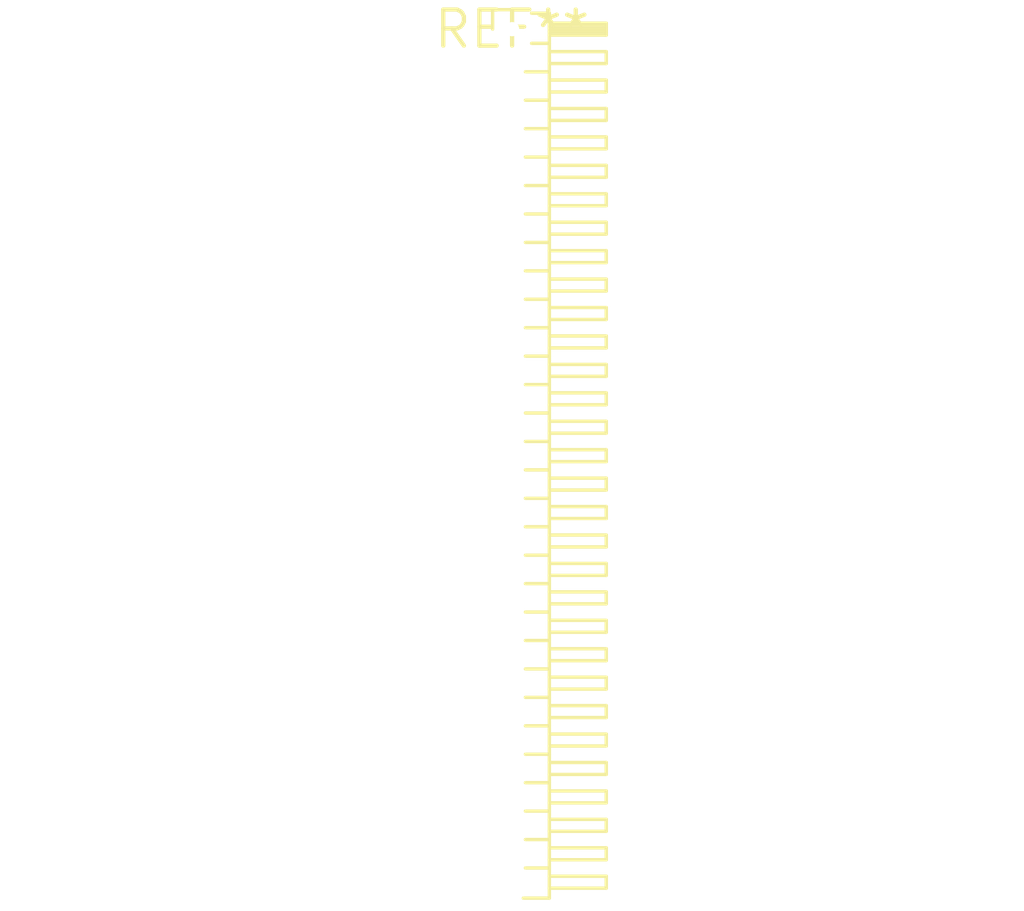
<source format=kicad_pcb>
(kicad_pcb (version 20240108) (generator pcbnew)
  (layers (0 "F.Cu" signal) (31 "B.Cu" signal) (34 "B.Paste" user) (35 "F.Paste" user) (36 "B.SilkS" user "B.Silkscreen") (37 "F.SilkS" user "F.Silkscreen") (38 "B.Mask" user) (39 "F.Mask" user) (44 "Edge.Cuts" user))
  (net 0 "")
  (footprint "PinHeader_1x31_P1.00mm_Horizontal" (layer "F.Cu") (at 0 0)
    (property "Reference" "REF**")
    (property "Value" "PinHeader_1x31_P1.00mm_Horizontal")
    (fp_line (start -0.685 -0.685) (end 0 -0.685) (layer "F.SilkS") (stroke (width 0.12)))
    (fp_line (start -0.685 0) (end -0.685 -0.685) (layer "F.SilkS") (stroke (width 0.12)))
    (fp_line (start 0.468215 1.5) (end 1.31 1.5) (layer "F.SilkS") (stroke (width 0.12)))
    (fp_line (start 0.468215 2.5) (end 1.31 2.5) (layer "F.SilkS") (stroke (width 0.12)))
    (fp_line (start 0.468215 3.5) (end 1.31 3.5) (layer "F.SilkS") (stroke (width 0.12)))
    (fp_line (start 0.468215 4.5) (end 1.31 4.5) (layer "F.SilkS") (stroke (width 0.12)))
    (fp_line (start 0.468215 5.5) (end 1.31 5.5) (layer "F.SilkS") (stroke (width 0.12)))
    (fp_line (start 0.468215 6.5) (end 1.31 6.5) (layer "F.SilkS") (stroke (width 0.12)))
    (fp_line (start 0.468215 7.5) (end 1.31 7.5) (layer "F.SilkS") (stroke (width 0.12)))
    (fp_line (start 0.468215 8.5) (end 1.31 8.5) (layer "F.SilkS") (stroke (width 0.12)))
    (fp_line (start 0.468215 9.5) (end 1.31 9.5) (layer "F.SilkS") (stroke (width 0.12)))
    (fp_line (start 0.468215 10.5) (end 1.31 10.5) (layer "F.SilkS") (stroke (width 0.12)))
    (fp_line (start 0.468215 11.5) (end 1.31 11.5) (layer "F.SilkS") (stroke (width 0.12)))
    (fp_line (start 0.468215 12.5) (end 1.31 12.5) (layer "F.SilkS") (stroke (width 0.12)))
    (fp_line (start 0.468215 13.5) (end 1.31 13.5) (layer "F.SilkS") (stroke (width 0.12)))
    (fp_line (start 0.468215 14.5) (end 1.31 14.5) (layer "F.SilkS") (stroke (width 0.12)))
    (fp_line (start 0.468215 15.5) (end 1.31 15.5) (layer "F.SilkS") (stroke (width 0.12)))
    (fp_line (start 0.468215 16.5) (end 1.31 16.5) (layer "F.SilkS") (stroke (width 0.12)))
    (fp_line (start 0.468215 17.5) (end 1.31 17.5) (layer "F.SilkS") (stroke (width 0.12)))
    (fp_line (start 0.468215 18.5) (end 1.31 18.5) (layer "F.SilkS") (stroke (width 0.12)))
    (fp_line (start 0.468215 19.5) (end 1.31 19.5) (layer "F.SilkS") (stroke (width 0.12)))
    (fp_line (start 0.468215 20.5) (end 1.31 20.5) (layer "F.SilkS") (stroke (width 0.12)))
    (fp_line (start 0.468215 21.5) (end 1.31 21.5) (layer "F.SilkS") (stroke (width 0.12)))
    (fp_line (start 0.468215 22.5) (end 1.31 22.5) (layer "F.SilkS") (stroke (width 0.12)))
    (fp_line (start 0.468215 23.5) (end 1.31 23.5) (layer "F.SilkS") (stroke (width 0.12)))
    (fp_line (start 0.468215 24.5) (end 1.31 24.5) (layer "F.SilkS") (stroke (width 0.12)))
    (fp_line (start 0.468215 25.5) (end 1.31 25.5) (layer "F.SilkS") (stroke (width 0.12)))
    (fp_line (start 0.468215 26.5) (end 1.31 26.5) (layer "F.SilkS") (stroke (width 0.12)))
    (fp_line (start 0.468215 27.5) (end 1.31 27.5) (layer "F.SilkS") (stroke (width 0.12)))
    (fp_line (start 0.468215 28.5) (end 1.31 28.5) (layer "F.SilkS") (stroke (width 0.12)))
    (fp_line (start 0.468215 29.5) (end 1.31 29.5) (layer "F.SilkS") (stroke (width 0.12)))
    (fp_line (start 0.685 -0.56) (end 1.31 -0.56) (layer "F.SilkS") (stroke (width 0.12)))
    (fp_line (start 0.685 0.5) (end 1.31 0.5) (layer "F.SilkS") (stroke (width 0.12)))
    (fp_line (start 1.31 -0.56) (end 1.31 30.56) (layer "F.SilkS") (stroke (width 0.12)))
    (fp_line (start 1.31 -0.21) (end 3.31 -0.21) (layer "F.SilkS") (stroke (width 0.12)))
    (fp_line (start 1.31 -0.15) (end 3.31 -0.15) (layer "F.SilkS") (stroke (width 0.12)))
    (fp_line (start 1.31 -0.03) (end 3.31 -0.03) (layer "F.SilkS") (stroke (width 0.12)))
    (fp_line (start 1.31 0.09) (end 3.31 0.09) (layer "F.SilkS") (stroke (width 0.12)))
    (fp_line (start 1.31 0.79) (end 3.31 0.79) (layer "F.SilkS") (stroke (width 0.12)))
    (fp_line (start 1.31 1.79) (end 3.31 1.79) (layer "F.SilkS") (stroke (width 0.12)))
    (fp_line (start 1.31 2.79) (end 3.31 2.79) (layer "F.SilkS") (stroke (width 0.12)))
    (fp_line (start 1.31 3.79) (end 3.31 3.79) (layer "F.SilkS") (stroke (width 0.12)))
    (fp_line (start 1.31 4.79) (end 3.31 4.79) (layer "F.SilkS") (stroke (width 0.12)))
    (fp_line (start 1.31 5.79) (end 3.31 5.79) (layer "F.SilkS") (stroke (width 0.12)))
    (fp_line (start 1.31 6.79) (end 3.31 6.79) (layer "F.SilkS") (stroke (width 0.12)))
    (fp_line (start 1.31 7.79) (end 3.31 7.79) (layer "F.SilkS") (stroke (width 0.12)))
    (fp_line (start 1.31 8.79) (end 3.31 8.79) (layer "F.SilkS") (stroke (width 0.12)))
    (fp_line (start 1.31 9.79) (end 3.31 9.79) (layer "F.SilkS") (stroke (width 0.12)))
    (fp_line (start 1.31 10.79) (end 3.31 10.79) (layer "F.SilkS") (stroke (width 0.12)))
    (fp_line (start 1.31 11.79) (end 3.31 11.79) (layer "F.SilkS") (stroke (width 0.12)))
    (fp_line (start 1.31 12.79) (end 3.31 12.79) (layer "F.SilkS") (stroke (width 0.12)))
    (fp_line (start 1.31 13.79) (end 3.31 13.79) (layer "F.SilkS") (stroke (width 0.12)))
    (fp_line (start 1.31 14.79) (end 3.31 14.79) (layer "F.SilkS") (stroke (width 0.12)))
    (fp_line (start 1.31 15.79) (end 3.31 15.79) (layer "F.SilkS") (stroke (width 0.12)))
    (fp_line (start 1.31 16.79) (end 3.31 16.79) (layer "F.SilkS") (stroke (width 0.12)))
    (fp_line (start 1.31 17.79) (end 3.31 17.79) (layer "F.SilkS") (stroke (width 0.12)))
    (fp_line (start 1.31 18.79) (end 3.31 18.79) (layer "F.SilkS") (stroke (width 0.12)))
    (fp_line (start 1.31 19.79) (end 3.31 19.79) (layer "F.SilkS") (stroke (width 0.12)))
    (fp_line (start 1.31 20.79) (end 3.31 20.79) (layer "F.SilkS") (stroke (width 0.12)))
    (fp_line (start 1.31 21.79) (end 3.31 21.79) (layer "F.SilkS") (stroke (width 0.12)))
    (fp_line (start 1.31 22.79) (end 3.31 22.79) (layer "F.SilkS") (stroke (width 0.12)))
    (fp_line (start 1.31 23.79) (end 3.31 23.79) (layer "F.SilkS") (stroke (width 0.12)))
    (fp_line (start 1.31 24.79) (end 3.31 24.79) (layer "F.SilkS") (stroke (width 0.12)))
    (fp_line (start 1.31 25.79) (end 3.31 25.79) (layer "F.SilkS") (stroke (width 0.12)))
    (fp_line (start 1.31 26.79) (end 3.31 26.79) (layer "F.SilkS") (stroke (width 0.12)))
    (fp_line (start 1.31 27.79) (end 3.31 27.79) (layer "F.SilkS") (stroke (width 0.12)))
    (fp_line (start 1.31 28.79) (end 3.31 28.79) (layer "F.SilkS") (stroke (width 0.12)))
    (fp_line (start 1.31 29.79) (end 3.31 29.79) (layer "F.SilkS") (stroke (width 0.12)))
    (fp_line (start 1.31 30.56) (end 0.394493 30.56) (layer "F.SilkS") (stroke (width 0.12)))
    (fp_line (start 3.31 -0.21) (end 3.31 0.21) (layer "F.SilkS") (stroke (width 0.12)))
    (fp_line (start 3.31 0.21) (end 1.31 0.21) (layer "F.SilkS") (stroke (width 0.12)))
    (fp_line (start 3.31 0.79) (end 3.31 1.21) (layer "F.SilkS") (stroke (width 0.12)))
    (fp_line (start 3.31 1.21) (end 1.31 1.21) (layer "F.SilkS") (stroke (width 0.12)))
    (fp_line (start 3.31 1.79) (end 3.31 2.21) (layer "F.SilkS") (stroke (width 0.12)))
    (fp_line (start 3.31 2.21) (end 1.31 2.21) (layer "F.SilkS") (stroke (width 0.12)))
    (fp_line (start 3.31 2.79) (end 3.31 3.21) (layer "F.SilkS") (stroke (width 0.12)))
    (fp_line (start 3.31 3.21) (end 1.31 3.21) (layer "F.SilkS") (stroke (width 0.12)))
    (fp_line (start 3.31 3.79) (end 3.31 4.21) (layer "F.SilkS") (stroke (width 0.12)))
    (fp_line (start 3.31 4.21) (end 1.31 4.21) (layer "F.SilkS") (stroke (width 0.12)))
    (fp_line (start 3.31 4.79) (end 3.31 5.21) (layer "F.SilkS") (stroke (width 0.12)))
    (fp_line (start 3.31 5.21) (end 1.31 5.21) (layer "F.SilkS") (stroke (width 0.12)))
    (fp_line (start 3.31 5.79) (end 3.31 6.21) (layer "F.SilkS") (stroke (width 0.12)))
    (fp_line (start 3.31 6.21) (end 1.31 6.21) (layer "F.SilkS") (stroke (width 0.12)))
    (fp_line (start 3.31 6.79) (end 3.31 7.21) (layer "F.SilkS") (stroke (width 0.12)))
    (fp_line (start 3.31 7.21) (end 1.31 7.21) (layer "F.SilkS") (stroke (width 0.12)))
    (fp_line (start 3.31 7.79) (end 3.31 8.21) (layer "F.SilkS") (stroke (width 0.12)))
    (fp_line (start 3.31 8.21) (end 1.31 8.21) (layer "F.SilkS") (stroke (width 0.12)))
    (fp_line (start 3.31 8.79) (end 3.31 9.21) (layer "F.SilkS") (stroke (width 0.12)))
    (fp_line (start 3.31 9.21) (end 1.31 9.21) (layer "F.SilkS") (stroke (width 0.12)))
    (fp_line (start 3.31 9.79) (end 3.31 10.21) (layer "F.SilkS") (stroke (width 0.12)))
    (fp_line (start 3.31 10.21) (end 1.31 10.21) (layer "F.SilkS") (stroke (width 0.12)))
    (fp_line (start 3.31 10.79) (end 3.31 11.21) (layer "F.SilkS") (stroke (width 0.12)))
    (fp_line (start 3.31 11.21) (end 1.31 11.21) (layer "F.SilkS") (stroke (width 0.12)))
    (fp_line (start 3.31 11.79) (end 3.31 12.21) (layer "F.SilkS") (stroke (width 0.12)))
    (fp_line (start 3.31 12.21) (end 1.31 12.21) (layer "F.SilkS") (stroke (width 0.12)))
    (fp_line (start 3.31 12.79) (end 3.31 13.21) (layer "F.SilkS") (stroke (width 0.12)))
    (fp_line (start 3.31 13.21) (end 1.31 13.21) (layer "F.SilkS") (stroke (width 0.12)))
    (fp_line (start 3.31 13.79) (end 3.31 14.21) (layer "F.SilkS") (stroke (width 0.12)))
    (fp_line (start 3.31 14.21) (end 1.31 14.21) (layer "F.SilkS") (stroke (width 0.12)))
    (fp_line (start 3.31 14.79) (end 3.31 15.21) (layer "F.SilkS") (stroke (width 0.12)))
    (fp_line (start 3.31 15.21) (end 1.31 15.21) (layer "F.SilkS") (stroke (width 0.12)))
    (fp_line (start 3.31 15.79) (end 3.31 16.21) (layer "F.SilkS") (stroke (width 0.12)))
    (fp_line (start 3.31 16.21) (end 1.31 16.21) (layer "F.SilkS") (stroke (width 0.12)))
    (fp_line (start 3.31 16.79) (end 3.31 17.21) (layer "F.SilkS") (stroke (width 0.12)))
    (fp_line (start 3.31 17.21) (end 1.31 17.21) (layer "F.SilkS") (stroke (width 0.12)))
    (fp_line (start 3.31 17.79) (end 3.31 18.21) (layer "F.SilkS") (stroke (width 0.12)))
    (fp_line (start 3.31 18.21) (end 1.31 18.21) (layer "F.SilkS") (stroke (width 0.12)))
    (fp_line (start 3.31 18.79) (end 3.31 19.21) (layer "F.SilkS") (stroke (width 0.12)))
    (fp_line (start 3.31 19.21) (end 1.31 19.21) (layer "F.SilkS") (stroke (width 0.12)))
    (fp_line (start 3.31 19.79) (end 3.31 20.21) (layer "F.SilkS") (stroke (width 0.12)))
    (fp_line (start 3.31 20.21) (end 1.31 20.21) (layer "F.SilkS") (stroke (width 0.12)))
    (fp_line (start 3.31 20.79) (end 3.31 21.21) (layer "F.SilkS") (stroke (width 0.12)))
    (fp_line (start 3.31 21.21) (end 1.31 21.21) (layer "F.SilkS") (stroke (width 0.12)))
    (fp_line (start 3.31 21.79) (end 3.31 22.21) (layer "F.SilkS") (stroke (width 0.12)))
    (fp_line (start 3.31 22.21) (end 1.31 22.21) (layer "F.SilkS") (stroke (width 0.12)))
    (fp_line (start 3.31 22.79) (end 3.31 23.21) (layer "F.SilkS") (stroke (width 0.12)))
    (fp_line (start 3.31 23.21) (end 1.31 23.21) (layer "F.SilkS") (stroke (width 0.12)))
    (fp_line (start 3.31 23.79) (end 3.31 24.21) (layer "F.SilkS") (stroke (width 0.12)))
    (fp_line (start 3.31 24.21) (end 1.31 24.21) (layer "F.SilkS") (stroke (width 0.12)))
    (fp_line (start 3.31 24.79) (end 3.31 25.21) (layer "F.SilkS") (stroke (width 0.12)))
    (fp_line (start 3.31 25.21) (end 1.31 25.21) (layer "F.SilkS") (stroke (width 0.12)))
    (fp_line (start 3.31 25.79) (end 3.31 26.21) (layer "F.SilkS") (stroke (width 0.12)))
    (fp_line (start 3.31 26.21) (end 1.31 26.21) (layer "F.SilkS") (stroke (width 0.12)))
    (fp_line (start 3.31 26.79) (end 3.31 27.21) (layer "F.SilkS") (stroke (width 0.12)))
    (fp_line (start 3.31 27.21) (end 1.31 27.21) (layer "F.SilkS") (stroke (width 0.12)))
    (fp_line (start 3.31 27.79) (end 3.31 28.21) (layer "F.SilkS") (stroke (width 0.12)))
    (fp_line (start 3.31 28.21) (end 1.31 28.21) (layer "F.SilkS") (stroke (width 0.12)))
    (fp_line (start 3.31 28.79) (end 3.31 29.21) (layer "F.SilkS") (stroke (width 0.12)))
    (fp_line (start 3.31 29.21) (end 1.31 29.21) (layer "F.SilkS") (stroke (width 0.12)))
    (fp_line (start 3.31 29.79) (end 3.31 30.21) (layer "F.SilkS") (stroke (width 0.12)))
    (fp_line (start 3.31 30.21) (end 1.31 30.21) (layer "F.SilkS") (stroke (width 0.12)))
    (pad "1" thru_hole rect (at 0 0) (size 0.85 0.85) (drill 0.5) (layers *.Cu *.Mask) (remove_unused_layers))
    (pad "2" thru_hole oval (at 0 1) (size 0.85 0.85) (drill 0.5) (layers *.Cu *.Mask) (remove_unused_layers))
    (pad "3" thru_hole oval (at 0 2) (size 0.85 0.85) (drill 0.5) (layers *.Cu *.Mask) (remove_unused_layers))
    (pad "4" thru_hole oval (at 0 3) (size 0.85 0.85) (drill 0.5) (layers *.Cu *.Mask) (remove_unused_layers))
    (pad "5" thru_hole oval (at 0 4) (size 0.85 0.85) (drill 0.5) (layers *.Cu *.Mask) (remove_unused_layers))
    (pad "6" thru_hole oval (at 0 5) (size 0.85 0.85) (drill 0.5) (layers *.Cu *.Mask) (remove_unused_layers))
    (pad "7" thru_hole oval (at 0 6) (size 0.85 0.85) (drill 0.5) (layers *.Cu *.Mask) (remove_unused_layers))
    (pad "8" thru_hole oval (at 0 7) (size 0.85 0.85) (drill 0.5) (layers *.Cu *.Mask) (remove_unused_layers))
    (pad "9" thru_hole oval (at 0 8) (size 0.85 0.85) (drill 0.5) (layers *.Cu *.Mask) (remove_unused_layers))
    (pad "10" thru_hole oval (at 0 9) (size 0.85 0.85) (drill 0.5) (layers *.Cu *.Mask) (remove_unused_layers))
    (pad "11" thru_hole oval (at 0 10) (size 0.85 0.85) (drill 0.5) (layers *.Cu *.Mask) (remove_unused_layers))
    (pad "12" thru_hole oval (at 0 11) (size 0.85 0.85) (drill 0.5) (layers *.Cu *.Mask) (remove_unused_layers))
    (pad "13" thru_hole oval (at 0 12) (size 0.85 0.85) (drill 0.5) (layers *.Cu *.Mask) (remove_unused_layers))
    (pad "14" thru_hole oval (at 0 13) (size 0.85 0.85) (drill 0.5) (layers *.Cu *.Mask) (remove_unused_layers))
    (pad "15" thru_hole oval (at 0 14) (size 0.85 0.85) (drill 0.5) (layers *.Cu *.Mask) (remove_unused_layers))
    (pad "16" thru_hole oval (at 0 15) (size 0.85 0.85) (drill 0.5) (layers *.Cu *.Mask) (remove_unused_layers))
    (pad "17" thru_hole oval (at 0 16) (size 0.85 0.85) (drill 0.5) (layers *.Cu *.Mask) (remove_unused_layers))
    (pad "18" thru_hole oval (at 0 17) (size 0.85 0.85) (drill 0.5) (layers *.Cu *.Mask) (remove_unused_layers))
    (pad "19" thru_hole oval (at 0 18) (size 0.85 0.85) (drill 0.5) (layers *.Cu *.Mask) (remove_unused_layers))
    (pad "20" thru_hole oval (at 0 19) (size 0.85 0.85) (drill 0.5) (layers *.Cu *.Mask) (remove_unused_layers))
    (pad "21" thru_hole oval (at 0 20) (size 0.85 0.85) (drill 0.5) (layers *.Cu *.Mask) (remove_unused_layers))
    (pad "22" thru_hole oval (at 0 21) (size 0.85 0.85) (drill 0.5) (layers *.Cu *.Mask) (remove_unused_layers))
    (pad "23" thru_hole oval (at 0 22) (size 0.85 0.85) (drill 0.5) (layers *.Cu *.Mask) (remove_unused_layers))
    (pad "24" thru_hole oval (at 0 23) (size 0.85 0.85) (drill 0.5) (layers *.Cu *.Mask) (remove_unused_layers))
    (pad "25" thru_hole oval (at 0 24) (size 0.85 0.85) (drill 0.5) (layers *.Cu *.Mask) (remove_unused_layers))
    (pad "26" thru_hole oval (at 0 25) (size 0.85 0.85) (drill 0.5) (layers *.Cu *.Mask) (remove_unused_layers))
    (pad "27" thru_hole oval (at 0 26) (size 0.85 0.85) (drill 0.5) (layers *.Cu *.Mask) (remove_unused_layers))
    (pad "28" thru_hole oval (at 0 27) (size 0.85 0.85) (drill 0.5) (layers *.Cu *.Mask) (remove_unused_layers))
    (pad "29" thru_hole oval (at 0 28) (size 0.85 0.85) (drill 0.5) (layers *.Cu *.Mask) (remove_unused_layers))
    (pad "30" thru_hole oval (at 0 29) (size 0.85 0.85) (drill 0.5) (layers *.Cu *.Mask) (remove_unused_layers))
    (pad "31" thru_hole oval (at 0 30) (size 0.85 0.85) (drill 0.5) (layers *.Cu *.Mask) (remove_unused_layers))
  )
)
</source>
